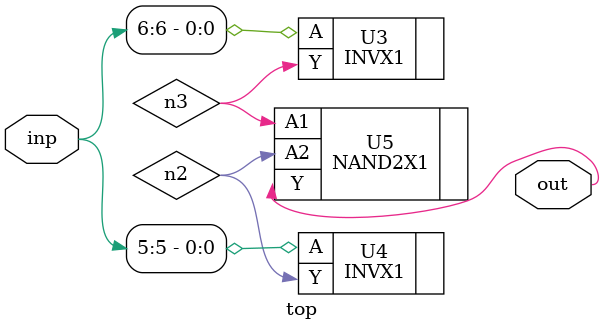
<source format=sv>


module top ( inp, out );
  input [6:0] inp;
  output out;
  wire   n2, n3;

  INVX1 U3 ( .A(inp[6]), .Y(n3) );
  INVX1 U4 ( .A(inp[5]), .Y(n2) );
  NAND2X1 U5 ( .A1(n3), .A2(n2), .Y(out) );
endmodule


</source>
